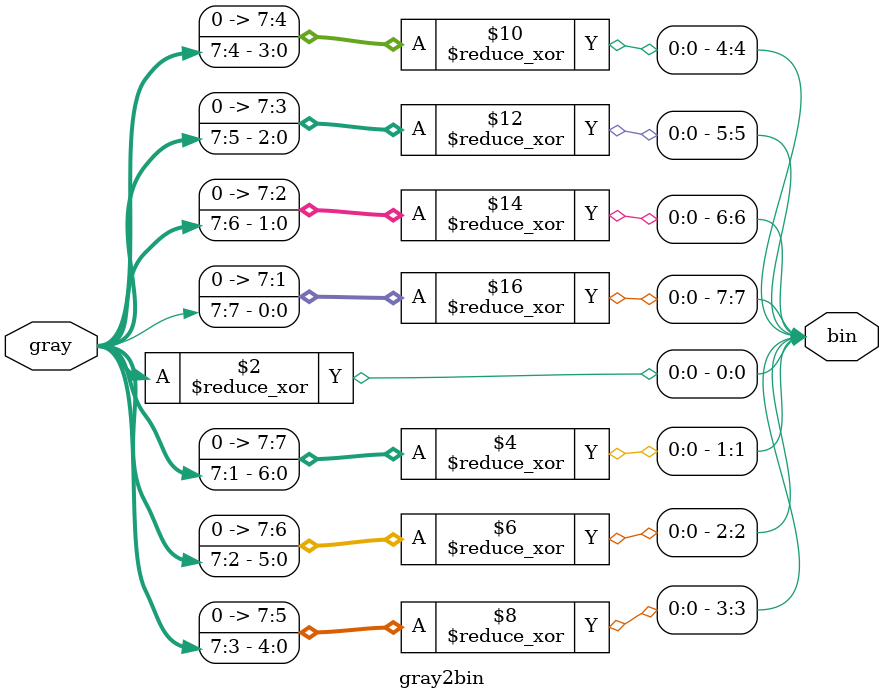
<source format=v>
module gray2bin
#(
    parameter C_DATA_WIDTH = 8
)(
    input  wire [C_DATA_WIDTH-1:0]  gray,
    output wire [C_DATA_WIDTH-1:0]  bin
);
//----------------------------------------------------------------------
genvar                          i;

generate
    for(i = 0; i < C_DATA_WIDTH; i = i+1)
    begin : gray_to_bin
        assign bin[i] = ^(gray >> i);
    end
endgenerate

endmodule
</source>
